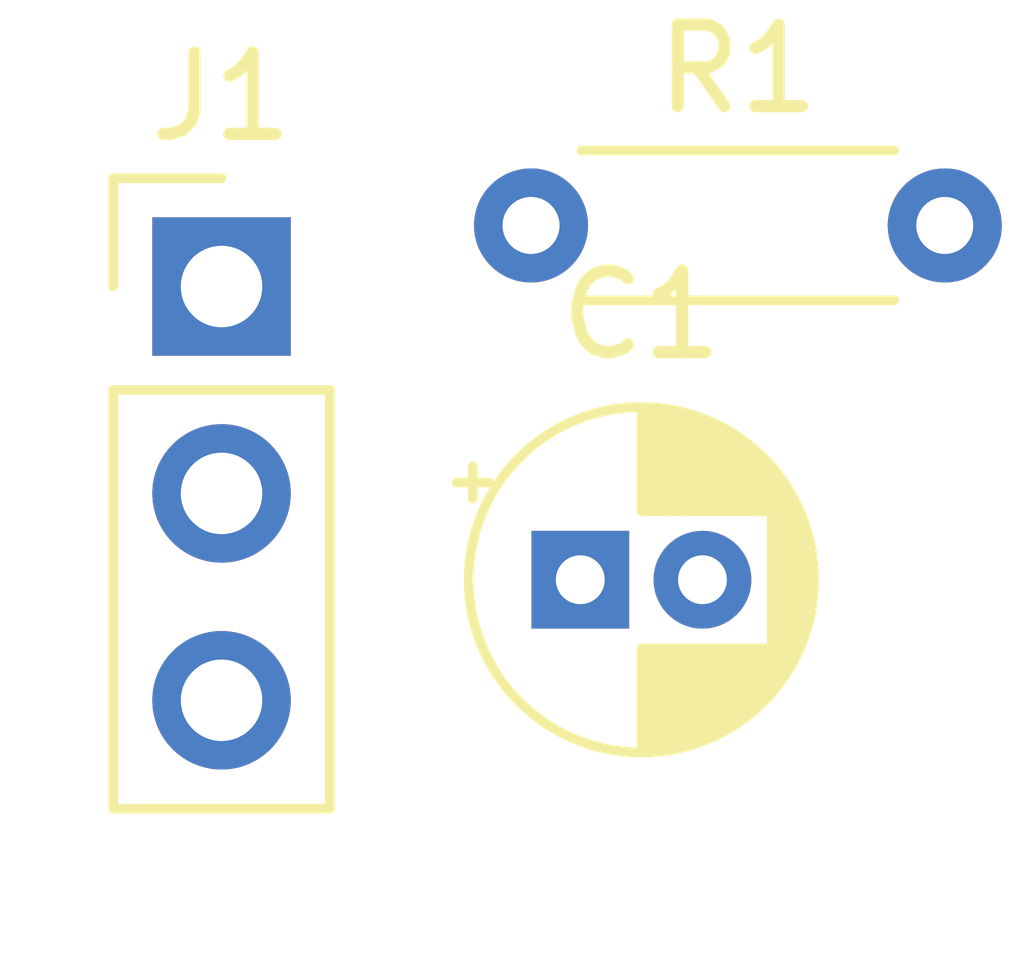
<source format=kicad_pcb>
(kicad_pcb (version 20171130) (host pcbnew 5.1.7-a382d34a8~87~ubuntu20.04.1)

  (general
    (thickness 1.6)
    (drawings 0)
    (tracks 0)
    (zones 0)
    (modules 3)
    (nets 4)
  )

  (page A4)
  (layers
    (0 F.Cu signal)
    (31 B.Cu signal)
    (32 B.Adhes user)
    (33 F.Adhes user)
    (34 B.Paste user)
    (35 F.Paste user)
    (36 B.SilkS user)
    (37 F.SilkS user)
    (38 B.Mask user)
    (39 F.Mask user)
    (40 Dwgs.User user)
    (41 Cmts.User user)
    (42 Eco1.User user)
    (43 Eco2.User user)
    (44 Edge.Cuts user)
    (45 Margin user)
    (46 B.CrtYd user)
    (47 F.CrtYd user)
    (48 B.Fab user)
    (49 F.Fab user)
  )

  (setup
    (last_trace_width 0.25)
    (trace_clearance 0.2)
    (zone_clearance 0.508)
    (zone_45_only no)
    (trace_min 0.2)
    (via_size 0.8)
    (via_drill 0.4)
    (via_min_size 0.4)
    (via_min_drill 0.3)
    (uvia_size 0.3)
    (uvia_drill 0.1)
    (uvias_allowed no)
    (uvia_min_size 0.2)
    (uvia_min_drill 0.1)
    (edge_width 0.05)
    (segment_width 0.2)
    (pcb_text_width 0.3)
    (pcb_text_size 1.5 1.5)
    (mod_edge_width 0.12)
    (mod_text_size 1 1)
    (mod_text_width 0.15)
    (pad_size 1.524 1.524)
    (pad_drill 0.762)
    (pad_to_mask_clearance 0)
    (aux_axis_origin 0 0)
    (visible_elements FFFFFF7F)
    (pcbplotparams
      (layerselection 0x010fc_ffffffff)
      (usegerberextensions false)
      (usegerberattributes true)
      (usegerberadvancedattributes true)
      (creategerberjobfile true)
      (excludeedgelayer true)
      (linewidth 0.100000)
      (plotframeref false)
      (viasonmask false)
      (mode 1)
      (useauxorigin false)
      (hpglpennumber 1)
      (hpglpenspeed 20)
      (hpglpendiameter 15.000000)
      (psnegative false)
      (psa4output false)
      (plotreference true)
      (plotvalue true)
      (plotinvisibletext false)
      (padsonsilk false)
      (subtractmaskfromsilk false)
      (outputformat 1)
      (mirror false)
      (drillshape 1)
      (scaleselection 1)
      (outputdirectory ""))
  )

  (net 0 "")
  (net 1 GND)
  (net 2 "Net-(C1-Pad1)")
  (net 3 VCC)

  (net_class Default "This is the default net class."
    (clearance 0.2)
    (trace_width 0.25)
    (via_dia 0.8)
    (via_drill 0.4)
    (uvia_dia 0.3)
    (uvia_drill 0.1)
    (add_net GND)
    (add_net "Net-(C1-Pad1)")
    (add_net VCC)
  )

  (module Resistor_THT:R_Axial_DIN0204_L3.6mm_D1.6mm_P5.08mm_Horizontal (layer F.Cu) (tedit 5AE5139B) (tstamp 5F74D4D7)
    (at 149.335199 94.41)
    (descr "Resistor, Axial_DIN0204 series, Axial, Horizontal, pin pitch=5.08mm, 0.167W, length*diameter=3.6*1.6mm^2, http://cdn-reichelt.de/documents/datenblatt/B400/1_4W%23YAG.pdf")
    (tags "Resistor Axial_DIN0204 series Axial Horizontal pin pitch 5.08mm 0.167W length 3.6mm diameter 1.6mm")
    (path /5F74C8F4)
    (fp_text reference R1 (at 2.54 -1.92) (layer F.SilkS)
      (effects (font (size 1 1) (thickness 0.15)))
    )
    (fp_text value 10K (at 2.54 1.92) (layer F.Fab)
      (effects (font (size 1 1) (thickness 0.15)))
    )
    (fp_text user %R (at 2.54 0) (layer F.Fab)
      (effects (font (size 0.72 0.72) (thickness 0.108)))
    )
    (fp_line (start 0.74 -0.8) (end 0.74 0.8) (layer F.Fab) (width 0.1))
    (fp_line (start 0.74 0.8) (end 4.34 0.8) (layer F.Fab) (width 0.1))
    (fp_line (start 4.34 0.8) (end 4.34 -0.8) (layer F.Fab) (width 0.1))
    (fp_line (start 4.34 -0.8) (end 0.74 -0.8) (layer F.Fab) (width 0.1))
    (fp_line (start 0 0) (end 0.74 0) (layer F.Fab) (width 0.1))
    (fp_line (start 5.08 0) (end 4.34 0) (layer F.Fab) (width 0.1))
    (fp_line (start 0.62 -0.92) (end 4.46 -0.92) (layer F.SilkS) (width 0.12))
    (fp_line (start 0.62 0.92) (end 4.46 0.92) (layer F.SilkS) (width 0.12))
    (fp_line (start -0.95 -1.05) (end -0.95 1.05) (layer F.CrtYd) (width 0.05))
    (fp_line (start -0.95 1.05) (end 6.03 1.05) (layer F.CrtYd) (width 0.05))
    (fp_line (start 6.03 1.05) (end 6.03 -1.05) (layer F.CrtYd) (width 0.05))
    (fp_line (start 6.03 -1.05) (end -0.95 -1.05) (layer F.CrtYd) (width 0.05))
    (pad 2 thru_hole oval (at 5.08 0) (size 1.4 1.4) (drill 0.7) (layers *.Cu *.Mask)
      (net 2 "Net-(C1-Pad1)"))
    (pad 1 thru_hole circle (at 0 0) (size 1.4 1.4) (drill 0.7) (layers *.Cu *.Mask)
      (net 3 VCC))
    (model ${KISYS3DMOD}/Resistor_THT.3dshapes/R_Axial_DIN0204_L3.6mm_D1.6mm_P5.08mm_Horizontal.wrl
      (at (xyz 0 0 0))
      (scale (xyz 1 1 1))
      (rotate (xyz 0 0 0))
    )
  )

  (module Connector_PinHeader_2.54mm:PinHeader_1x03_P2.54mm_Vertical (layer F.Cu) (tedit 59FED5CC) (tstamp 5F74D4C4)
    (at 145.535199 95.16)
    (descr "Through hole straight pin header, 1x03, 2.54mm pitch, single row")
    (tags "Through hole pin header THT 1x03 2.54mm single row")
    (path /5F74EB49)
    (fp_text reference J1 (at 0 -2.33) (layer F.SilkS)
      (effects (font (size 1 1) (thickness 0.15)))
    )
    (fp_text value Header (at 0 7.41) (layer F.Fab)
      (effects (font (size 1 1) (thickness 0.15)))
    )
    (fp_text user %R (at 0 2.54 90) (layer F.Fab)
      (effects (font (size 1 1) (thickness 0.15)))
    )
    (fp_line (start -0.635 -1.27) (end 1.27 -1.27) (layer F.Fab) (width 0.1))
    (fp_line (start 1.27 -1.27) (end 1.27 6.35) (layer F.Fab) (width 0.1))
    (fp_line (start 1.27 6.35) (end -1.27 6.35) (layer F.Fab) (width 0.1))
    (fp_line (start -1.27 6.35) (end -1.27 -0.635) (layer F.Fab) (width 0.1))
    (fp_line (start -1.27 -0.635) (end -0.635 -1.27) (layer F.Fab) (width 0.1))
    (fp_line (start -1.33 6.41) (end 1.33 6.41) (layer F.SilkS) (width 0.12))
    (fp_line (start -1.33 1.27) (end -1.33 6.41) (layer F.SilkS) (width 0.12))
    (fp_line (start 1.33 1.27) (end 1.33 6.41) (layer F.SilkS) (width 0.12))
    (fp_line (start -1.33 1.27) (end 1.33 1.27) (layer F.SilkS) (width 0.12))
    (fp_line (start -1.33 0) (end -1.33 -1.33) (layer F.SilkS) (width 0.12))
    (fp_line (start -1.33 -1.33) (end 0 -1.33) (layer F.SilkS) (width 0.12))
    (fp_line (start -1.8 -1.8) (end -1.8 6.85) (layer F.CrtYd) (width 0.05))
    (fp_line (start -1.8 6.85) (end 1.8 6.85) (layer F.CrtYd) (width 0.05))
    (fp_line (start 1.8 6.85) (end 1.8 -1.8) (layer F.CrtYd) (width 0.05))
    (fp_line (start 1.8 -1.8) (end -1.8 -1.8) (layer F.CrtYd) (width 0.05))
    (pad 3 thru_hole oval (at 0 5.08) (size 1.7 1.7) (drill 1) (layers *.Cu *.Mask)
      (net 3 VCC))
    (pad 2 thru_hole oval (at 0 2.54) (size 1.7 1.7) (drill 1) (layers *.Cu *.Mask)
      (net 2 "Net-(C1-Pad1)"))
    (pad 1 thru_hole rect (at 0 0) (size 1.7 1.7) (drill 1) (layers *.Cu *.Mask)
      (net 1 GND))
    (model ${KISYS3DMOD}/Connector_PinHeader_2.54mm.3dshapes/PinHeader_1x03_P2.54mm_Vertical.wrl
      (at (xyz 0 0 0))
      (scale (xyz 1 1 1))
      (rotate (xyz 0 0 0))
    )
  )

  (module Capacitor_THT:CP_Radial_D4.0mm_P1.50mm (layer F.Cu) (tedit 5AE50EF0) (tstamp 5F74D4AD)
    (at 149.94 98.76)
    (descr "CP, Radial series, Radial, pin pitch=1.50mm, , diameter=4mm, Electrolytic Capacitor")
    (tags "CP Radial series Radial pin pitch 1.50mm  diameter 4mm Electrolytic Capacitor")
    (path /5F74CB2B)
    (fp_text reference C1 (at 0.75 -3.25) (layer F.SilkS)
      (effects (font (size 1 1) (thickness 0.15)))
    )
    (fp_text value 10u (at 0.75 3.25) (layer F.Fab)
      (effects (font (size 1 1) (thickness 0.15)))
    )
    (fp_text user %R (at 0.75 0) (layer F.Fab)
      (effects (font (size 0.8 0.8) (thickness 0.12)))
    )
    (fp_circle (center 0.75 0) (end 2.75 0) (layer F.Fab) (width 0.1))
    (fp_circle (center 0.75 0) (end 2.87 0) (layer F.SilkS) (width 0.12))
    (fp_circle (center 0.75 0) (end 3 0) (layer F.CrtYd) (width 0.05))
    (fp_line (start -0.952554 -0.8675) (end -0.552554 -0.8675) (layer F.Fab) (width 0.1))
    (fp_line (start -0.752554 -1.0675) (end -0.752554 -0.6675) (layer F.Fab) (width 0.1))
    (fp_line (start 0.75 0.84) (end 0.75 2.08) (layer F.SilkS) (width 0.12))
    (fp_line (start 0.75 -2.08) (end 0.75 -0.84) (layer F.SilkS) (width 0.12))
    (fp_line (start 0.79 0.84) (end 0.79 2.08) (layer F.SilkS) (width 0.12))
    (fp_line (start 0.79 -2.08) (end 0.79 -0.84) (layer F.SilkS) (width 0.12))
    (fp_line (start 0.83 0.84) (end 0.83 2.079) (layer F.SilkS) (width 0.12))
    (fp_line (start 0.83 -2.079) (end 0.83 -0.84) (layer F.SilkS) (width 0.12))
    (fp_line (start 0.87 -2.077) (end 0.87 -0.84) (layer F.SilkS) (width 0.12))
    (fp_line (start 0.87 0.84) (end 0.87 2.077) (layer F.SilkS) (width 0.12))
    (fp_line (start 0.91 -2.074) (end 0.91 -0.84) (layer F.SilkS) (width 0.12))
    (fp_line (start 0.91 0.84) (end 0.91 2.074) (layer F.SilkS) (width 0.12))
    (fp_line (start 0.95 -2.071) (end 0.95 -0.84) (layer F.SilkS) (width 0.12))
    (fp_line (start 0.95 0.84) (end 0.95 2.071) (layer F.SilkS) (width 0.12))
    (fp_line (start 0.99 -2.067) (end 0.99 -0.84) (layer F.SilkS) (width 0.12))
    (fp_line (start 0.99 0.84) (end 0.99 2.067) (layer F.SilkS) (width 0.12))
    (fp_line (start 1.03 -2.062) (end 1.03 -0.84) (layer F.SilkS) (width 0.12))
    (fp_line (start 1.03 0.84) (end 1.03 2.062) (layer F.SilkS) (width 0.12))
    (fp_line (start 1.07 -2.056) (end 1.07 -0.84) (layer F.SilkS) (width 0.12))
    (fp_line (start 1.07 0.84) (end 1.07 2.056) (layer F.SilkS) (width 0.12))
    (fp_line (start 1.11 -2.05) (end 1.11 -0.84) (layer F.SilkS) (width 0.12))
    (fp_line (start 1.11 0.84) (end 1.11 2.05) (layer F.SilkS) (width 0.12))
    (fp_line (start 1.15 -2.042) (end 1.15 -0.84) (layer F.SilkS) (width 0.12))
    (fp_line (start 1.15 0.84) (end 1.15 2.042) (layer F.SilkS) (width 0.12))
    (fp_line (start 1.19 -2.034) (end 1.19 -0.84) (layer F.SilkS) (width 0.12))
    (fp_line (start 1.19 0.84) (end 1.19 2.034) (layer F.SilkS) (width 0.12))
    (fp_line (start 1.23 -2.025) (end 1.23 -0.84) (layer F.SilkS) (width 0.12))
    (fp_line (start 1.23 0.84) (end 1.23 2.025) (layer F.SilkS) (width 0.12))
    (fp_line (start 1.27 -2.016) (end 1.27 -0.84) (layer F.SilkS) (width 0.12))
    (fp_line (start 1.27 0.84) (end 1.27 2.016) (layer F.SilkS) (width 0.12))
    (fp_line (start 1.31 -2.005) (end 1.31 -0.84) (layer F.SilkS) (width 0.12))
    (fp_line (start 1.31 0.84) (end 1.31 2.005) (layer F.SilkS) (width 0.12))
    (fp_line (start 1.35 -1.994) (end 1.35 -0.84) (layer F.SilkS) (width 0.12))
    (fp_line (start 1.35 0.84) (end 1.35 1.994) (layer F.SilkS) (width 0.12))
    (fp_line (start 1.39 -1.982) (end 1.39 -0.84) (layer F.SilkS) (width 0.12))
    (fp_line (start 1.39 0.84) (end 1.39 1.982) (layer F.SilkS) (width 0.12))
    (fp_line (start 1.43 -1.968) (end 1.43 -0.84) (layer F.SilkS) (width 0.12))
    (fp_line (start 1.43 0.84) (end 1.43 1.968) (layer F.SilkS) (width 0.12))
    (fp_line (start 1.471 -1.954) (end 1.471 -0.84) (layer F.SilkS) (width 0.12))
    (fp_line (start 1.471 0.84) (end 1.471 1.954) (layer F.SilkS) (width 0.12))
    (fp_line (start 1.511 -1.94) (end 1.511 -0.84) (layer F.SilkS) (width 0.12))
    (fp_line (start 1.511 0.84) (end 1.511 1.94) (layer F.SilkS) (width 0.12))
    (fp_line (start 1.551 -1.924) (end 1.551 -0.84) (layer F.SilkS) (width 0.12))
    (fp_line (start 1.551 0.84) (end 1.551 1.924) (layer F.SilkS) (width 0.12))
    (fp_line (start 1.591 -1.907) (end 1.591 -0.84) (layer F.SilkS) (width 0.12))
    (fp_line (start 1.591 0.84) (end 1.591 1.907) (layer F.SilkS) (width 0.12))
    (fp_line (start 1.631 -1.889) (end 1.631 -0.84) (layer F.SilkS) (width 0.12))
    (fp_line (start 1.631 0.84) (end 1.631 1.889) (layer F.SilkS) (width 0.12))
    (fp_line (start 1.671 -1.87) (end 1.671 -0.84) (layer F.SilkS) (width 0.12))
    (fp_line (start 1.671 0.84) (end 1.671 1.87) (layer F.SilkS) (width 0.12))
    (fp_line (start 1.711 -1.851) (end 1.711 -0.84) (layer F.SilkS) (width 0.12))
    (fp_line (start 1.711 0.84) (end 1.711 1.851) (layer F.SilkS) (width 0.12))
    (fp_line (start 1.751 -1.83) (end 1.751 -0.84) (layer F.SilkS) (width 0.12))
    (fp_line (start 1.751 0.84) (end 1.751 1.83) (layer F.SilkS) (width 0.12))
    (fp_line (start 1.791 -1.808) (end 1.791 -0.84) (layer F.SilkS) (width 0.12))
    (fp_line (start 1.791 0.84) (end 1.791 1.808) (layer F.SilkS) (width 0.12))
    (fp_line (start 1.831 -1.785) (end 1.831 -0.84) (layer F.SilkS) (width 0.12))
    (fp_line (start 1.831 0.84) (end 1.831 1.785) (layer F.SilkS) (width 0.12))
    (fp_line (start 1.871 -1.76) (end 1.871 -0.84) (layer F.SilkS) (width 0.12))
    (fp_line (start 1.871 0.84) (end 1.871 1.76) (layer F.SilkS) (width 0.12))
    (fp_line (start 1.911 -1.735) (end 1.911 -0.84) (layer F.SilkS) (width 0.12))
    (fp_line (start 1.911 0.84) (end 1.911 1.735) (layer F.SilkS) (width 0.12))
    (fp_line (start 1.951 -1.708) (end 1.951 -0.84) (layer F.SilkS) (width 0.12))
    (fp_line (start 1.951 0.84) (end 1.951 1.708) (layer F.SilkS) (width 0.12))
    (fp_line (start 1.991 -1.68) (end 1.991 -0.84) (layer F.SilkS) (width 0.12))
    (fp_line (start 1.991 0.84) (end 1.991 1.68) (layer F.SilkS) (width 0.12))
    (fp_line (start 2.031 -1.65) (end 2.031 -0.84) (layer F.SilkS) (width 0.12))
    (fp_line (start 2.031 0.84) (end 2.031 1.65) (layer F.SilkS) (width 0.12))
    (fp_line (start 2.071 -1.619) (end 2.071 -0.84) (layer F.SilkS) (width 0.12))
    (fp_line (start 2.071 0.84) (end 2.071 1.619) (layer F.SilkS) (width 0.12))
    (fp_line (start 2.111 -1.587) (end 2.111 -0.84) (layer F.SilkS) (width 0.12))
    (fp_line (start 2.111 0.84) (end 2.111 1.587) (layer F.SilkS) (width 0.12))
    (fp_line (start 2.151 -1.552) (end 2.151 -0.84) (layer F.SilkS) (width 0.12))
    (fp_line (start 2.151 0.84) (end 2.151 1.552) (layer F.SilkS) (width 0.12))
    (fp_line (start 2.191 -1.516) (end 2.191 -0.84) (layer F.SilkS) (width 0.12))
    (fp_line (start 2.191 0.84) (end 2.191 1.516) (layer F.SilkS) (width 0.12))
    (fp_line (start 2.231 -1.478) (end 2.231 -0.84) (layer F.SilkS) (width 0.12))
    (fp_line (start 2.231 0.84) (end 2.231 1.478) (layer F.SilkS) (width 0.12))
    (fp_line (start 2.271 -1.438) (end 2.271 -0.84) (layer F.SilkS) (width 0.12))
    (fp_line (start 2.271 0.84) (end 2.271 1.438) (layer F.SilkS) (width 0.12))
    (fp_line (start 2.311 -1.396) (end 2.311 -0.84) (layer F.SilkS) (width 0.12))
    (fp_line (start 2.311 0.84) (end 2.311 1.396) (layer F.SilkS) (width 0.12))
    (fp_line (start 2.351 -1.351) (end 2.351 1.351) (layer F.SilkS) (width 0.12))
    (fp_line (start 2.391 -1.304) (end 2.391 1.304) (layer F.SilkS) (width 0.12))
    (fp_line (start 2.431 -1.254) (end 2.431 1.254) (layer F.SilkS) (width 0.12))
    (fp_line (start 2.471 -1.2) (end 2.471 1.2) (layer F.SilkS) (width 0.12))
    (fp_line (start 2.511 -1.142) (end 2.511 1.142) (layer F.SilkS) (width 0.12))
    (fp_line (start 2.551 -1.08) (end 2.551 1.08) (layer F.SilkS) (width 0.12))
    (fp_line (start 2.591 -1.013) (end 2.591 1.013) (layer F.SilkS) (width 0.12))
    (fp_line (start 2.631 -0.94) (end 2.631 0.94) (layer F.SilkS) (width 0.12))
    (fp_line (start 2.671 -0.859) (end 2.671 0.859) (layer F.SilkS) (width 0.12))
    (fp_line (start 2.711 -0.768) (end 2.711 0.768) (layer F.SilkS) (width 0.12))
    (fp_line (start 2.751 -0.664) (end 2.751 0.664) (layer F.SilkS) (width 0.12))
    (fp_line (start 2.791 -0.537) (end 2.791 0.537) (layer F.SilkS) (width 0.12))
    (fp_line (start 2.831 -0.37) (end 2.831 0.37) (layer F.SilkS) (width 0.12))
    (fp_line (start -1.519801 -1.195) (end -1.119801 -1.195) (layer F.SilkS) (width 0.12))
    (fp_line (start -1.319801 -1.395) (end -1.319801 -0.995) (layer F.SilkS) (width 0.12))
    (pad 2 thru_hole circle (at 1.5 0) (size 1.2 1.2) (drill 0.6) (layers *.Cu *.Mask)
      (net 1 GND))
    (pad 1 thru_hole rect (at 0 0) (size 1.2 1.2) (drill 0.6) (layers *.Cu *.Mask)
      (net 2 "Net-(C1-Pad1)"))
    (model ${KISYS3DMOD}/Capacitor_THT.3dshapes/CP_Radial_D4.0mm_P1.50mm.wrl
      (at (xyz 0 0 0))
      (scale (xyz 1 1 1))
      (rotate (xyz 0 0 0))
    )
  )

)

</source>
